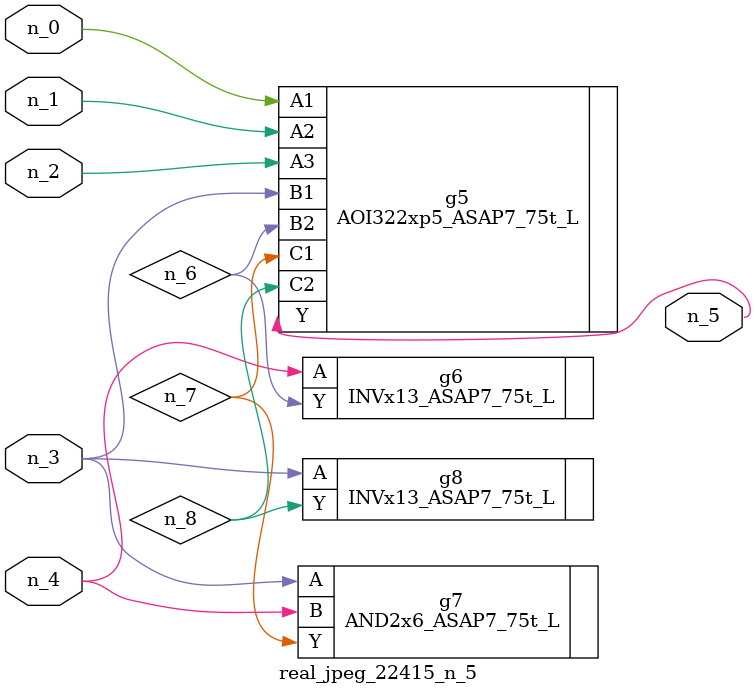
<source format=v>
module real_jpeg_22415_n_5 (n_4, n_0, n_1, n_2, n_3, n_5);

input n_4;
input n_0;
input n_1;
input n_2;
input n_3;

output n_5;

wire n_8;
wire n_6;
wire n_7;

AOI322xp5_ASAP7_75t_L g5 ( 
.A1(n_0),
.A2(n_1),
.A3(n_2),
.B1(n_3),
.B2(n_6),
.C1(n_7),
.C2(n_8),
.Y(n_5)
);

AND2x6_ASAP7_75t_L g7 ( 
.A(n_3),
.B(n_4),
.Y(n_7)
);

INVx13_ASAP7_75t_L g8 ( 
.A(n_3),
.Y(n_8)
);

INVx13_ASAP7_75t_L g6 ( 
.A(n_4),
.Y(n_6)
);


endmodule
</source>
